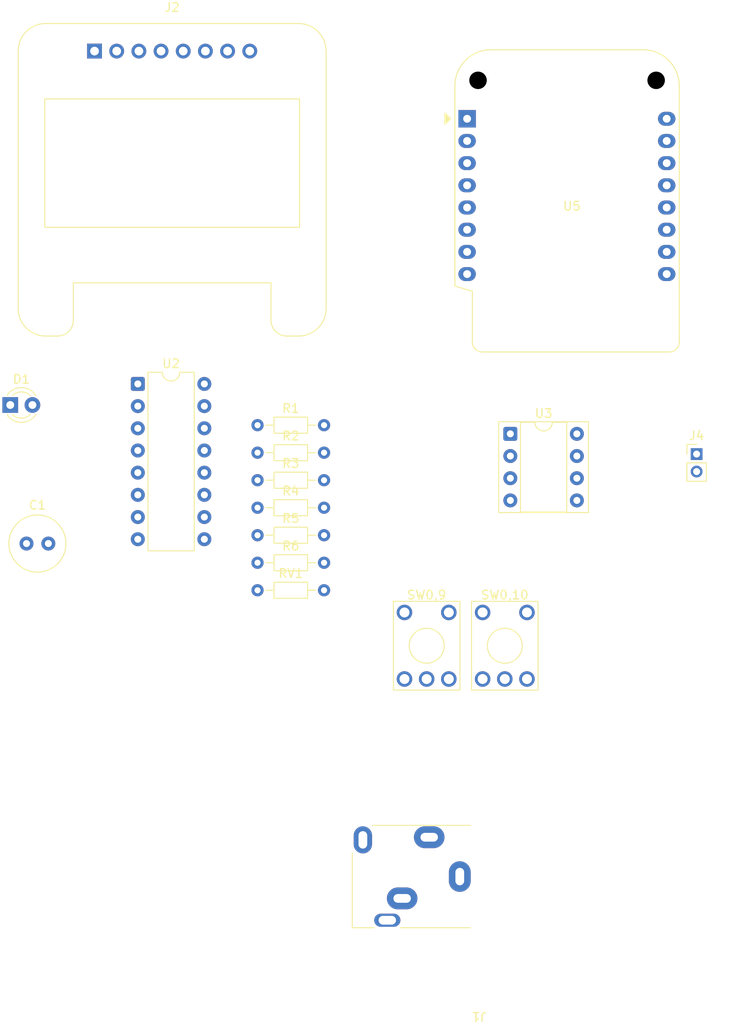
<source format=kicad_pcb>
(kicad_pcb (version 20241229) (generator "pcbnew") (generator_version "9.0")
  (layers (0 "F.Cu" signal) (2 "B.Cu" signal) (13 "F.Paste" user) (15 "B.Paste" user) (5 "F.SilkS" user "F.Silkscreen") (7 "B.SilkS" user "B.Silkscreen") (1 "F.Mask" user) (3 "B.Mask" user) (25 "Edge.Cuts" user))
  (net 0 "")
  (net 1 "Net-(R1-Pad2)")
  (net 2 "Net-(R1-Pad1)")
  (net 3 "GND")
  (net 4 "/LM_AUDIO")
  (net 5 "Net-(SW0,9-B)")
  (net 6 "Net-(D1-A)")
  (net 7 "Net-(U5-D10)")
  (net 8 "Net-(SW0,10-B)")
  (net 9 "Net-(U5-D3)")
  (net 10 "/~{WE}")
  (net 11 "Net-(U3-+)")
  (net 12 "/SN_AUDIO")
  (net 14 "Net-(SW0,9-A)")
  (net 16 "Net-(SW0,10-A)")
  (net 17 "/SCL")
  (net 18 "/SDA")
  (net 19 "+3.3V")
  (net 24 "/SN76489_CLK")
  (net 26 "Net-(U3-BYPASS)")
  (net 27 "/P1")
  (net 28 "/P4")
  (net 29 "/P7")
  (net 30 "/P0")
  (net 31 "/P3")
  (net 32 "/P2")
  (net 33 "/P6")
  (net 35 "/P5")
  (footprint "Capacitor_THT:C_Radial_D6.3mm_H5.0mm_P2.50mm" (layer "F.Cu") (at 48.725 79.361)
    (property "Reference" "C1" (at 1.25 -4.4 0) (layer "F.SilkS"))
    (property "Value" "10µF")
    (fp_circle (center 1.25 0) (end 4.52 0) (stroke (width 0.12)) (fill no) (layer "F.SilkS"))
    (pad "1" thru_hole circle (at 0 0) (size 1.6 1.6) (drill 0.8) (layers "*.Cu" "*.Mask") (net 26 "Net-(U3-BYPASS)"))
    (pad "2" thru_hole circle (at 2.5 0) (size 1.6 1.6) (drill 0.8) (layers "*.Cu" "*.Mask") (net 3 "GND"))
  )
  (footprint "RF_Module:WEMOS_C3_mini" (layer "F.Cu") (at 99.19 30.732)
    (property "Reference" "U5" (at 12 10 0) (layer "F.SilkS"))
    (property "Value" "WEMOS_S2_mini")
    (fp_line (start -1.4 -3.647031) (end -1.4 19.15) (stroke (width 0.12)) (layer "F.SilkS"))
    (fp_line (start 0.6 19.75) (end -1.4 19.15) (stroke (width 0.12)) (layer "F.SilkS"))
    (fp_line (start 0.6 19.75) (end 0.6 25.547031) (stroke (width 0.12)) (layer "F.SilkS"))
    (fp_line (start 1.75 26.69703) (end 23.15 26.69703) (stroke (width 0.12)) (layer "F.SilkS"))
    (fp_line (start 20.2 -7.9) (end 2.75 -7.9) (stroke (width 0.12)) (layer "F.SilkS"))
    (fp_line (start 24.3 25.547031) (end 24.3 -3.752969) (stroke (width 0.12)) (layer "F.SilkS"))
    (fp_arc (start -1.4 -3.65) (mid -0.221578 -6.651732) (end 2.75 -7.904246) (stroke (width 0.12)) (layer "F.SilkS"))
    (fp_arc (start 1.75 26.7) (mid 0.934727 26.362303) (end 0.59703 25.54703) (stroke (width 0.12)) (layer "F.SilkS"))
    (fp_arc (start 20.15 -7.9) (mid 23.082383 -6.685361) (end 24.297 -3.752969) (stroke (width 0.12)) (layer "F.SilkS"))
    (fp_arc (start 24.3 25.547031) (mid 23.963172 26.360203) (end 23.15 26.69703) (stroke (width 0.12)) (layer "F.SilkS"))
    (fp_poly (pts (xy -2.54 -0.635) (xy -2.54 0.635) (xy -1.905 0)) (stroke (width 0.12)) (fill yes) (layer "F.SilkS"))
    (pad "" np_thru_hole circle (at 1.25 -4.4) (size 3 3) (drill 2) (layers "*.Mask"))
    (pad "" np_thru_hole circle (at 21.65 -4.4) (size 3 3) (drill 2) (layers "*.Mask"))
    (pad "1" thru_hole rect (at 0 0) (size 2 2) (drill 0.9) (layers "*.Cu" "*.Mask"))
    (pad "2" thru_hole oval (at 0 2.54) (size 2 1.6) (drill 0.9) (layers "*.Cu" "*.Mask") (net 9 "Net-(U5-D3)"))
    (pad "3" thru_hole oval (at 0 5.08) (size 2 1.6) (drill 0.9) (layers "*.Cu" "*.Mask") (net 18 "/SDA"))
    (pad "4" thru_hole oval (at 0 7.62) (size 2 1.6) (drill 0.9) (layers "*.Cu" "*.Mask") (net 17 "/SCL"))
    (pad "5" thru_hole oval (at 0 10.16) (size 2 1.6) (drill 0.9) (layers "*.Cu" "*.Mask") (net 24 "/SN76489_CLK"))
    (pad "6" thru_hole oval (at 0 12.7) (size 2 1.6) (drill 0.9) (layers "*.Cu" "*.Mask"))
    (pad "7" thru_hole oval (at 0 15.24) (size 2 1.6) (drill 0.9) (layers "*.Cu" "*.Mask"))
    (pad "8" thru_hole oval (at 0 17.78) (size 2 1.6) (drill 0.9) (layers "*.Cu" "*.Mask") (net 19 "+3.3V"))
    (pad "9" thru_hole oval (at 22.86 17.78) (size 2 1.6) (drill 0.9) (layers "*.Cu" "*.Mask"))
    (pad "10" thru_hole oval (at 22.86 15.24) (size 2 1.6) (drill 0.9) (layers "*.Cu" "*.Mask") (net 3 "GND"))
    (pad "11" thru_hole oval (at 22.86 12.7) (size 2 1.6) (drill 0.9) (layers "*.Cu" "*.Mask") (net 16 "Net-(SW0,10-A)"))
    (pad "12" thru_hole oval (at 22.86 10.16) (size 2 1.6) (drill 0.9) (layers "*.Cu" "*.Mask"))
    (pad "13" thru_hole oval (at 22.86 7.62) (size 2 1.6) (drill 0.9) (layers "*.Cu" "*.Mask") (net 14 "Net-(SW0,9-A)"))
    (pad "14" thru_hole oval (at 22.86 5.08) (size 2 1.6) (drill 0.9) (layers "*.Cu" "*.Mask") (net 7 "Net-(U5-D10)"))
    (pad "15" thru_hole oval (at 22.86 2.54) (size 2 1.6) (drill 0.9) (layers "*.Cu" "*.Mask"))
    (pad "16" thru_hole oval (at 22.86 0) (size 2 1.6) (drill 0.9) (layers "*.Cu" "*.Mask"))
  )
  (footprint "Connector_Audio:Jack_3.5mm_CUI_SJ1-3515N_Horizontal" (layer "F.Cu") (at 98.349 117.484 180)
    (property "Reference" "J1" (at -2.22 -16.033 180) (layer "F.SilkS"))
    (property "Value" "AudioJack3")
    (fp_line (start 12.31 -5.86) (end 12.31 2.7) (stroke (width 0.12)) (layer "F.SilkS"))
    (fp_line (start 12.31 -5.86) (end 9.8 -5.86) (stroke (width 0.12)) (layer "F.SilkS"))
    (fp_line (start 10 5.86) (end -1.2192 5.86) (stroke (width 0.12)) (layer "F.SilkS"))
    (fp_line (start 6.8 -5.86) (end -1.2192 -5.86) (stroke (width 0.12)) (layer "F.SilkS"))
    (pad "R" thru_hole oval (at 8.3 -5 180) (size 3 1.5) (drill oval 2 1) (layers "*.Cu" "*.Mask") (net 4 "/LM_AUDIO"))
    (pad "RN" thru_hole oval (at 6.6 -2.5 180) (size 3.5 2.5) (drill oval 2 1) (layers "*.Cu" "*.Mask"))
    (pad "S" thru_hole oval (at 0 0 90) (size 3.5 2.5) (drill oval 2 1) (layers "*.Cu" "*.Mask") (net 3 "GND"))
    (pad "T" thru_hole oval (at 3.5 4.5 180) (size 3.5 2.5) (drill oval 2 1) (layers "*.Cu" "*.Mask") (net 4 "/LM_AUDIO"))
    (pad "TN" thru_hole oval (at 11.1 4.2 270) (size 3.1 2.1) (drill oval 2 1) (layers "*.Cu" "*.Mask"))
  )
  (footprint "Resistor_THT:R_Axial_DIN0204_L3.6mm_D1.6mm_P7.62mm_Horizontal" (layer "F.Cu") (at 75.184 81.559)
    (property "Reference" "R6" (at 3.81 -1.92 0) (layer "F.SilkS"))
    (property "Value" "100")
    (fp_line (start 0.94 0) (end 1.89 0) (stroke (width 0.12)) (layer "F.SilkS"))
    (fp_line (start 1.89 -0.92) (end 1.89 0.92) (stroke (width 0.12)) (layer "F.SilkS"))
    (fp_line (start 1.89 0.92) (end 5.73 0.92) (stroke (width 0.12)) (layer "F.SilkS"))
    (fp_line (start 5.73 -0.92) (end 1.89 -0.92) (stroke (width 0.12)) (layer "F.SilkS"))
    (fp_line (start 5.73 0.92) (end 5.73 -0.92) (stroke (width 0.12)) (layer "F.SilkS"))
    (fp_line (start 6.68 0) (end 5.73 0) (stroke (width 0.12)) (layer "F.SilkS"))
    (pad "1" thru_hole circle (at 0 0) (size 1.4 1.4) (drill 0.7) (layers "*.Cu" "*.Mask") (net 9 "Net-(U5-D3)"))
    (pad "2" thru_hole oval (at 7.62 0) (size 1.4 1.4) (drill 0.7) (layers "*.Cu" "*.Mask") (net 10 "/~{WE}"))
  )
  (footprint "Button_Switch_THT:KSA_Tactile_SPST" (layer "F.Cu") (at 92.015 87.249)
    (property "Reference" "SW0,9" (at 2.54 -2 0) (layer "F.SilkS"))
    (property "Value" "SW_SPST")
    (fp_line (start -1.27 -1.27) (end -1.27 8.89) (stroke (width 0.12)) (layer "F.SilkS"))
    (fp_line (start -1.27 -1.27) (end 6.35 -1.27) (stroke (width 0.12)) (layer "F.SilkS"))
    (fp_line (start -1.27 8.89) (end 6.35 8.89) (stroke (width 0.12)) (layer "F.SilkS"))
    (fp_line (start 6.35 8.89) (end 6.35 -1.27) (stroke (width 0.12)) (layer "F.SilkS"))
    (fp_circle (center 2.54 3.81) (end 0.54 3.81) (stroke (width 0.12)) (fill no) (layer "F.SilkS"))
    (pad "1" thru_hole circle (at 0 0) (size 1.778 1.778) (drill 1.143) (layers "*.Cu" "*.Mask") (net 14 "Net-(SW0,9-A)"))
    (pad "2" thru_hole circle (at 5.08 0) (size 1.778 1.778) (drill 1.143) (layers "*.Cu" "*.Mask") (net 5 "Net-(SW0,9-B)"))
    (pad "3" thru_hole circle (at 5.08 7.62) (size 1.778 1.778) (drill 1.143) (layers "*.Cu" "*.Mask"))
    (pad "4" thru_hole circle (at 2.54 7.62) (size 1.778 1.778) (drill 1.143) (layers "*.Cu" "*.Mask"))
    (pad "5" thru_hole circle (at 0 7.62) (size 1.778 1.778) (drill 1.143) (layers "*.Cu" "*.Mask"))
  )
  (footprint "Package_DIP:DIP-8_W7.62mm_Socket" (layer "F.Cu") (at 104.14 66.802)
    (property "Reference" "U3" (at 3.81 -2.33 0) (layer "F.SilkS"))
    (property "Value" "LM386")
    (fp_line (start 1.16 -1.33) (end 1.16 8.95) (stroke (width 0.12)) (layer "F.SilkS"))
    (fp_line (start 1.16 8.95) (end 6.46 8.95) (stroke (width 0.12)) (layer "F.SilkS"))
    (fp_line (start 2.81 -1.33) (end 1.16 -1.33) (stroke (width 0.12)) (layer "F.SilkS"))
    (fp_line (start 6.46 -1.33) (end 4.81 -1.33) (stroke (width 0.12)) (layer "F.SilkS"))
    (fp_line (start 6.46 8.95) (end 6.46 -1.33) (stroke (width 0.12)) (layer "F.SilkS"))
    (fp_rect (start -1.33 -1.39) (end 8.95 9.01) (stroke (width 0.12)) (fill no) (layer "F.SilkS"))
    (fp_arc (start 4.81 -1.33) (mid 3.81 -0.33) (end 2.81 -1.33) (stroke (width 0.12)) (layer "F.SilkS"))
    (pad "1" thru_hole roundrect (at 0 0) (size 1.6 1.6) (drill 0.8) (layers "*.Cu" "*.Mask") (roundrect_rratio 0.15625) (net 2 "Net-(R1-Pad1)"))
    (pad "2" thru_hole circle (at 0 2.54) (size 1.6 1.6) (drill 0.8) (layers "*.Cu" "*.Mask") (net 3 "GND"))
    (pad "3" thru_hole circle (at 0 5.08) (size 1.6 1.6) (drill 0.8) (layers "*.Cu" "*.Mask") (net 11 "Net-(U3-+)"))
    (pad "4" thru_hole circle (at 0 7.62) (size 1.6 1.6) (drill 0.8) (layers "*.Cu" "*.Mask") (net 3 "GND"))
    (pad "5" thru_hole circle (at 7.62 7.62) (size 1.6 1.6) (drill 0.8) (layers "*.Cu" "*.Mask") (net 4 "/LM_AUDIO"))
    (pad "6" thru_hole circle (at 7.62 5.08) (size 1.6 1.6) (drill 0.8) (layers "*.Cu" "*.Mask") (net 19 "+3.3V"))
    (pad "7" thru_hole circle (at 7.62 2.54) (size 1.6 1.6) (drill 0.8) (layers "*.Cu" "*.Mask") (net 26 "Net-(U3-BYPASS)"))
    (pad "8" thru_hole circle (at 7.62 0) (size 1.6 1.6) (drill 0.8) (layers "*.Cu" "*.Mask") (net 1 "Net-(R1-Pad2)"))
  )
  (footprint "Resistor_THT:R_Axial_DIN0204_L3.6mm_D1.6mm_P7.62mm_Horizontal" (layer "F.Cu") (at 75.184 72.109)
    (property "Reference" "R3" (at 3.81 -1.92 0) (layer "F.SilkS"))
    (property "Value" "R1k")
    (fp_line (start 0.94 0) (end 1.89 0) (stroke (width 0.12)) (layer "F.SilkS"))
    (fp_line (start 1.89 -0.92) (end 1.89 0.92) (stroke (width 0.12)) (layer "F.SilkS"))
    (fp_line (start 1.89 0.92) (end 5.73 0.92) (stroke (width 0.12)) (layer "F.SilkS"))
    (fp_line (start 5.73 -0.92) (end 1.89 -0.92) (stroke (width 0.12)) (layer "F.SilkS"))
    (fp_line (start 5.73 0.92) (end 5.73 -0.92) (stroke (width 0.12)) (layer "F.SilkS"))
    (fp_line (start 6.68 0) (end 5.73 0) (stroke (width 0.12)) (layer "F.SilkS"))
    (pad "1" thru_hole circle (at 0 0) (size 1.4 1.4) (drill 0.7) (layers "*.Cu" "*.Mask") (net 5 "Net-(SW0,9-B)"))
    (pad "2" thru_hole oval (at 7.62 0) (size 1.4 1.4) (drill 0.7) (layers "*.Cu" "*.Mask") (net 3 "GND"))
  )
  (footprint "Connector_PinHeader_2.00mm:PinHeader_1x02_P2.00mm_Vertical" (layer "F.Cu") (at 125.476 69.12)
    (property "Reference" "J4" (at 0 -2.11 0) (layer "F.SilkS"))
    (property "Value" "SN_AUDIO_DEBUG")
    (fp_line (start -1.11 -1.11) (end 0 -1.11) (stroke (width 0.12)) (layer "F.SilkS"))
    (fp_line (start -1.11 0) (end -1.11 -1.11) (stroke (width 0.12)) (layer "F.SilkS"))
    (fp_line (start -1.11 1) (end -1.11 3.11) (stroke (width 0.12)) (layer "F.SilkS"))
    (fp_line (start -1.11 1) (end 1.11 1) (stroke (width 0.12)) (layer "F.SilkS"))
    (fp_line (start -1.11 3.11) (end 1.11 3.11) (stroke (width 0.12)) (layer "F.SilkS"))
    (fp_line (start 1.11 1) (end 1.11 3.11) (stroke (width 0.12)) (layer "F.SilkS"))
    (pad "1" thru_hole rect (at 0 0) (size 1.35 1.35) (drill 0.8) (layers "*.Cu" "*.Mask") (net 12 "/SN_AUDIO"))
    (pad "2" thru_hole circle (at 0 2) (size 1.35 1.35) (drill 0.8) (layers "*.Cu" "*.Mask") (net 3 "GND"))
  )
  (footprint "Button_Switch_THT:KSA_Tactile_SPST" (layer "F.Cu") (at 100.965 87.249)
    (property "Reference" "SW0,10" (at 2.54 -2 0) (layer "F.SilkS"))
    (property "Value" "SW_SPST")
    (fp_line (start -1.27 -1.27) (end -1.27 8.89) (stroke (width 0.12)) (layer "F.SilkS"))
    (fp_line (start -1.27 -1.27) (end 6.35 -1.27) (stroke (width 0.12)) (layer "F.SilkS"))
    (fp_line (start -1.27 8.89) (end 6.35 8.89) (stroke (width 0.12)) (layer "F.SilkS"))
    (fp_line (start 6.35 8.89) (end 6.35 -1.27) (stroke (width 0.12)) (layer "F.SilkS"))
    (fp_circle (center 2.54 3.81) (end 0.54 3.81) (stroke (width 0.12)) (fill no) (layer "F.SilkS"))
    (pad "1" thru_hole circle (at 0 0) (size 1.778 1.778) (drill 1.143) (layers "*.Cu" "*.Mask") (net 16 "Net-(SW0,10-A)"))
    (pad "2" thru_hole circle (at 5.08 0) (size 1.778 1.778) (drill 1.143) (layers "*.Cu" "*.Mask") (net 8 "Net-(SW0,10-B)"))
    (pad "3" thru_hole circle (at 5.08 7.62) (size 1.778 1.778) (drill 1.143) (layers "*.Cu" "*.Mask"))
    (pad "4" thru_hole circle (at 2.54 7.62) (size 1.778 1.778) (drill 1.143) (layers "*.Cu" "*.Mask"))
    (pad "5" thru_hole circle (at 0 7.62) (size 1.778 1.778) (drill 1.143) (layers "*.Cu" "*.Mask"))
  )
  (footprint "Resistor_THT:R_Axial_DIN0204_L3.6mm_D1.6mm_P7.62mm_Horizontal" (layer "F.Cu") (at 75.184 84.709)
    (property "Reference" "RV1" (at 3.81 -1.92 0) (layer "F.SilkS"))
    (property "Value" "R_10k")
    (fp_line (start 0.94 0) (end 1.89 0) (stroke (width 0.12)) (layer "F.SilkS"))
    (fp_line (start 1.89 -0.92) (end 1.89 0.92) (stroke (width 0.12)) (layer "F.SilkS"))
    (fp_line (start 1.89 0.92) (end 5.73 0.92) (stroke (width 0.12)) (layer "F.SilkS"))
    (fp_line (start 5.73 -0.92) (end 1.89 -0.92) (stroke (width 0.12)) (layer "F.SilkS"))
    (fp_line (start 5.73 0.92) (end 5.73 -0.92) (stroke (width 0.12)) (layer "F.SilkS"))
    (fp_line (start 6.68 0) (end 5.73 0) (stroke (width 0.12)) (layer "F.SilkS"))
    (pad "1" thru_hole circle (at 0 0) (size 1.4 1.4) (drill 0.7) (layers "*.Cu" "*.Mask") (net 12 "/SN_AUDIO"))
    (pad "2" thru_hole oval (at 7.62 0) (size 1.4 1.4) (drill 0.7) (layers "*.Cu" "*.Mask") (net 11 "Net-(U3-+)"))
  )
  (footprint "Resistor_THT:R_Axial_DIN0204_L3.6mm_D1.6mm_P7.62mm_Horizontal" (layer "F.Cu") (at 75.184 78.409)
    (property "Reference" "R5" (at 3.81 -1.92 0) (layer "F.SilkS"))
    (property "Value" "R1k")
    (fp_line (start 0.94 0) (end 1.89 0) (stroke (width 0.12)) (layer "F.SilkS"))
    (fp_line (start 1.89 -0.92) (end 1.89 0.92) (stroke (width 0.12)) (layer "F.SilkS"))
    (fp_line (start 1.89 0.92) (end 5.73 0.92) (stroke (width 0.12)) (layer "F.SilkS"))
    (fp_line (start 5.73 -0.92) (end 1.89 -0.92) (stroke (width 0.12)) (layer "F.SilkS"))
    (fp_line (start 5.73 0.92) (end 5.73 -0.92) (stroke (width 0.12)) (layer "F.SilkS"))
    (fp_line (start 6.68 0) (end 5.73 0) (stroke (width 0.12)) (layer "F.SilkS"))
    (pad "1" thru_hole circle (at 0 0) (size 1.4 1.4) (drill 0.7) (layers "*.Cu" "*.Mask") (net 8 "Net-(SW0,10-B)"))
    (pad "2" thru_hole oval (at 7.62 0) (size 1.4 1.4) (drill 0.7) (layers "*.Cu" "*.Mask") (net 3 "GND"))
  )
  (footprint "Resistor_THT:R_Axial_DIN0204_L3.6mm_D1.6mm_P7.62mm_Horizontal" (layer "F.Cu") (at 75.184 75.259)
    (property "Reference" "R4" (at 3.81 -1.92 0) (layer "F.SilkS"))
    (property "Value" "R1k")
    (fp_line (start 0.94 0) (end 1.89 0) (stroke (width 0.12)) (layer "F.SilkS"))
    (fp_line (start 1.89 -0.92) (end 1.89 0.92) (stroke (width 0.12)) (layer "F.SilkS"))
    (fp_line (start 1.89 0.92) (end 5.73 0.92) (stroke (width 0.12)) (layer "F.SilkS"))
    (fp_line (start 5.73 -0.92) (end 1.89 -0.92) (stroke (width 0.12)) (layer "F.SilkS"))
    (fp_line (start 5.73 0.92) (end 5.73 -0.92) (stroke (width 0.12)) (layer "F.SilkS"))
    (fp_line (start 6.68 0) (end 5.73 0) (stroke (width 0.12)) (layer "F.SilkS"))
    (pad "1" thru_hole circle (at 0 0) (size 1.4 1.4) (drill 0.7) (layers "*.Cu" "*.Mask") (net 7 "Net-(U5-D10)"))
    (pad "2" thru_hole oval (at 7.62 0) (size 1.4 1.4) (drill 0.7) (layers "*.Cu" "*.Mask") (net 6 "Net-(D1-A)"))
  )
  (footprint "Package_DIP:DIP-16_W7.62mm" (layer "F.Cu") (at 61.473 61.087)
    (property "Reference" "U2" (at 3.81 -2.33 0) (layer "F.SilkS"))
    (property "Value" "PCF8574AP-I2C")
    (fp_line (start 1.16 -1.33) (end 1.16 19.11) (stroke (width 0.12)) (layer "F.SilkS"))
    (fp_line (start 1.16 19.11) (end 6.46 19.11) (stroke (width 0.12)) (layer "F.SilkS"))
    (fp_line (start 2.81 -1.33) (end 1.16 -1.33) (stroke (width 0.12)) (layer "F.SilkS"))
    (fp_line (start 6.46 -1.33) (end 4.81 -1.33) (stroke (width 0.12)) (layer "F.SilkS"))
    (fp_line (start 6.46 19.11) (end 6.46 -1.33) (stroke (width 0.12)) (layer "F.SilkS"))
    (fp_arc (start 4.81 -1.33) (mid 3.81 -0.33) (end 2.81 -1.33) (stroke (width 0.12)) (layer "F.SilkS"))
    (pad "1" thru_hole roundrect (at 0 0) (size 1.6 1.6) (drill 0.8) (layers "*.Cu" "*.Mask") (roundrect_rratio 0.15625) (net 3 "GND"))
    (pad "2" thru_hole circle (at 0 2.54) (size 1.6 1.6) (drill 0.8) (layers "*.Cu" "*.Mask") (net 3 "GND"))
    (pad "3" thru_hole circle (at 0 5.08) (size 1.6 1.6) (drill 0.8) (layers "*.Cu" "*.Mask") (net 3 "GND"))
    (pad "4" thru_hole circle (at 0 7.62) (size 1.6 1.6) (drill 0.8) (layers "*.Cu" "*.Mask") (net 30 "/P0"))
    (pad "5" thru_hole circle (at 0 10.16) (size 1.6 1.6) (drill 0.8) (layers "*.Cu" "*.Mask") (net 27 "/P1"))
    (pad "6" thru_hole circle (at 0 12.7) (size 1.6 1.6) (drill 0.8) (layers "*.Cu" "*.Mask") (net 32 "/P2"))
    (pad "7" thru_hole circle (at 0 15.24) (size 1.6 1.6) (drill 0.8) (layers "*.Cu" "*.Mask") (net 31 "/P3"))
    (pad "8" thru_hole circle (at 0 17.78) (size 1.6 1.6) (drill 0.8) (layers "*.Cu" "*.Mask") (net 3 "GND"))
    (pad "9" thru_hole circle (at 7.62 17.78) (size 1.6 1.6) (drill 0.8) (layers "*.Cu" "*.Mask") (net 28 "/P4"))
    (pad "10" thru_hole circle (at 7.62 15.24) (size 1.6 1.6) (drill 0.8) (layers "*.Cu" "*.Mask") (net 35 "/P5"))
    (pad "11" thru_hole circle (at 7.62 12.7) (size 1.6 1.6) (drill 0.8) (layers "*.Cu" "*.Mask") (net 33 "/P6"))
    (pad "12" thru_hole circle (at 7.62 10.16) (size 1.6 1.6) (drill 0.8) (layers "*.Cu" "*.Mask") (net 29 "/P7"))
    (pad "13" thru_hole circle (at 7.62 7.62) (size 1.6 1.6) (drill 0.8) (layers "*.Cu" "*.Mask"))
    (pad "14" thru_hole circle (at 7.62 5.08) (size 1.6 1.6) (drill 0.8) (layers "*.Cu" "*.Mask") (net 17 "/SCL"))
    (pad "15" thru_hole circle (at 7.62 2.54) (size 1.6 1.6) (drill 0.8) (layers "*.Cu" "*.Mask") (net 18 "/SDA"))
    (pad "16" thru_hole circle (at 7.62 0) (size 1.6 1.6) (drill 0.8) (layers "*.Cu" "*.Mask") (net 19 "+3.3V"))
  )
  (footprint "Resistor_THT:R_Axial_DIN0204_L3.6mm_D1.6mm_P7.62mm_Horizontal" (layer "F.Cu") (at 75.184 68.959)
    (property "Reference" "R2" (at 3.81 -1.92 0) (layer "F.SilkS"))
    (property "Value" "10")
    (fp_line (start 0.94 0) (end 1.89 0) (stroke (width 0.12)) (layer "F.SilkS"))
    (fp_line (start 1.89 -0.92) (end 1.89 0.92) (stroke (width 0.12)) (layer "F.SilkS"))
    (fp_line (start 1.89 0.92) (end 5.73 0.92) (stroke (width 0.12)) (layer "F.SilkS"))
    (fp_line (start 5.73 -0.92) (end 1.89 -0.92) (stroke (width 0.12)) (layer "F.SilkS"))
    (fp_line (start 5.73 0.92) (end 5.73 -0.92) (stroke (width 0.12)) (layer "F.SilkS"))
    (fp_line (start 6.68 0) (end 5.73 0) (stroke (width 0.12)) (layer "F.SilkS"))
    (pad "1" thru_hole circle (at 0 0) (size 1.4 1.4) (drill 0.7) (layers "*.Cu" "*.Mask") (net 3 "GND"))
    (pad "2" thru_hole oval (at 7.62 0) (size 1.4 1.4) (drill 0.7) (layers "*.Cu" "*.Mask") (net 4 "/LM_AUDIO"))
  )
  (footprint "Display:Adafruit_SSD1306" (layer "F.Cu") (at 56.515 22.984)
    (property "Reference" "J2" (at 8.89 -5 0) (layer "F.SilkS"))
    (property "Value" "SSD1306_I2C")
    (fp_line (start -8.746 0) (end -8.746 29.464) (stroke (width 0.12)) (layer "F.SilkS"))
    (fp_line (start -5.698 5.478) (end -5.698 20.176) (stroke (width 0.12)) (layer "F.SilkS"))
    (fp_line (start -5.698 5.478) (end 23.478 5.478) (stroke (width 0.12)) (layer "F.SilkS"))
    (fp_line (start -5.698 20.176) (end 23.478 20.176) (stroke (width 0.12)) (layer "F.SilkS"))
    (fp_line (start -4.238 32.622) (end -5.59 32.622) (stroke (width 0.12)) (layer "F.SilkS"))
    (fp_line (start -2.43 26.526) (end -2.43 30.814) (stroke (width 0.12)) (layer "F.SilkS"))
    (fp_line (start -2.43 26.526) (end 20.21 26.526) (stroke (width 0.12)) (layer "F.SilkS"))
    (fp_line (start 20.21 26.526) (end 20.21 30.814) (stroke (width 0.12)) (layer "F.SilkS"))
    (fp_line (start 22.018 32.622) (end 23.37 32.622) (stroke (width 0.12)) (layer "F.SilkS"))
    (fp_line (start 23.368 -3.158) (end -5.588 -3.158) (stroke (width 0.12)) (layer "F.SilkS"))
    (fp_line (start 23.478 5.478) (end 23.478 20.176) (stroke (width 0.12)) (layer "F.SilkS"))
    (fp_line (start 26.526 0) (end 26.526 29.464) (stroke (width 0.12)) (layer "F.SilkS"))
    (fp_arc (start -8.746 0) (mid -7.821043 -2.233043) (end -5.588 -3.158) (stroke (width 0.12)) (layer "F.SilkS"))
    (fp_arc (start -5.588 32.622) (mid -7.821043 31.697043) (end -8.746 29.464) (stroke (width 0.12)) (layer "F.SilkS"))
    (fp_arc (start -2.43 30.812) (mid -2.958137 32.091035) (end -4.236 32.622) (stroke (width 0.12)) (layer "F.SilkS"))
    (fp_arc (start 22.016 32.622) (mid 20.738137 32.091035) (end 20.21 30.812) (stroke (width 0.12)) (layer "F.SilkS"))
    (fp_arc (start 23.368 -3.158) (mid 25.601043 -2.233043) (end 26.526 0) (stroke (width 0.12)) (layer "F.SilkS"))
    (fp_arc (start 26.526 29.464) (mid 25.601043 31.697043) (end 23.368 32.622) (stroke (width 0.12)) (layer "F.SilkS"))
    (pad "" np_thru_hole circle (at -5.588 0) (size 2.7 2.7) (drill 2.7) (layers "*.Cu" "*.Mask"))
    (pad "" np_thru_hole circle (at -5.588 29.464) (size 2.7 2.7) (drill 2.7) (layers "*.Cu" "*.Mask"))
    (pad "" np_thru_hole circle (at 23.368 0) (size 2.7 2.7) (drill 2.7) (layers "*.Cu" "*.Mask"))
    (pad "" np_thru_hole circle (at 23.368 29.464) (size 2.7 2.7) (drill 2.7) (layers "*.Cu" "*.Mask"))
    (pad "1" thru_hole rect (at 0 0) (size 1.7 1.7) (drill 1) (layers "*.Cu" "*.Mask") (net 3 "GND"))
    (pad "2" thru_hole circle (at 2.54 0) (size 1.7 1.7) (drill 1) (layers "*.Cu" "*.Mask") (net 19 "+3.3V"))
    (pad "3" thru_hole circle (at 5.08 0) (size 1.7 1.7) (drill 1) (layers "*.Cu" "*.Mask") (net 17 "/SCL"))
    (pad "4" thru_hole circle (at 7.62 0) (size 1.7 1.7) (drill 1) (layers "*.Cu" "*.Mask") (net 18 "/SDA"))
    (pad "5" thru_hole circle (at 10.16 0) (size 1.7 1.7) (drill 1) (layers "*.Cu" "*.Mask"))
    (pad "6" thru_hole circle (at 12.7 0) (size 1.7 1.7) (drill 1) (layers "*.Cu" "*.Mask"))
    (pad "7" thru_hole circle (at 15.24 0) (size 1.7 1.7) (drill 1) (layers "*.Cu" "*.Mask"))
    (pad "8" thru_hole circle (at 17.78 0) (size 1.7 1.7) (drill 1) (layers "*.Cu" "*.Mask"))
  )
  (footprint "LED_THT:LED_D3.0mm" (layer "F.Cu") (at 46.863 63.5)
    (property "Reference" "D1" (at 1.27 -2.96 0) (layer "F.SilkS"))
    (property "Value" "LED")
    (fp_line (start -0.29 -1.236) (end -0.29 -1.08) (stroke (width 0.12)) (layer "F.SilkS"))
    (fp_line (start -0.29 1.08) (end -0.29 1.236) (stroke (width 0.12)) (layer "F.SilkS"))
    (fp_arc (start -0.29 -1.235516) (mid 1.365624 -1.987701) (end 2.941397 -1.080061) (stroke (width 0.12)) (layer "F.SilkS"))
    (fp_arc (start 0.229039 -1.08) (mid 1.269964 -1.5) (end 2.31091 -1.080049) (stroke (width 0.12)) (layer "F.SilkS"))
    (fp_arc (start 2.31091 1.080049) (mid 1.269964 1.5) (end 0.229039 1.08) (stroke (width 0.12)) (layer "F.SilkS"))
    (fp_arc (start 2.941397 1.080061) (mid 1.365624 1.987701) (end -0.29 1.235516) (stroke (width 0.12)) (layer "F.SilkS"))
    (pad "1" thru_hole rect (at 0 0) (size 1.8 1.8) (drill 0.9) (layers "*.Cu" "*.Mask") (net 3 "GND"))
    (pad "2" thru_hole circle (at 2.54 0) (size 1.8 1.8) (drill 0.9) (layers "*.Cu" "*.Mask") (net 6 "Net-(D1-A)"))
  )
  (footprint "Resistor_THT:R_Axial_DIN0204_L3.6mm_D1.6mm_P7.62mm_Horizontal" (layer "F.Cu") (at 75.184 65.809)
    (property "Reference" "R1" (at 3.81 -1.92 0) (layer "F.SilkS"))
    (property "Value" "1K")
    (fp_line (start 0.94 0) (end 1.89 0) (stroke (width 0.12)) (layer "F.SilkS"))
    (fp_line (start 1.89 -0.92) (end 1.89 0.92) (stroke (width 0.12)) (layer "F.SilkS"))
    (fp_line (start 1.89 0.92) (end 5.73 0.92) (stroke (width 0.12)) (layer "F.SilkS"))
    (fp_line (start 5.73 -0.92) (end 1.89 -0.92) (stroke (width 0.12)) (layer "F.SilkS"))
    (fp_line (start 5.73 0.92) (end 5.73 -0.92) (stroke (width 0.12)) (layer "F.SilkS"))
    (fp_line (start 6.68 0) (end 5.73 0) (stroke (width 0.12)) (layer "F.SilkS"))
    (pad "1" thru_hole circle (at 0 0) (size 1.4 1.4) (drill 0.7) (layers "*.Cu" "*.Mask") (net 2 "Net-(R1-Pad1)"))
    (pad "2" thru_hole oval (at 7.62 0) (size 1.4 1.4) (drill 0.7) (layers "*.Cu" "*.Mask") (net 1 "Net-(R1-Pad2)"))
  )
)
</source>
